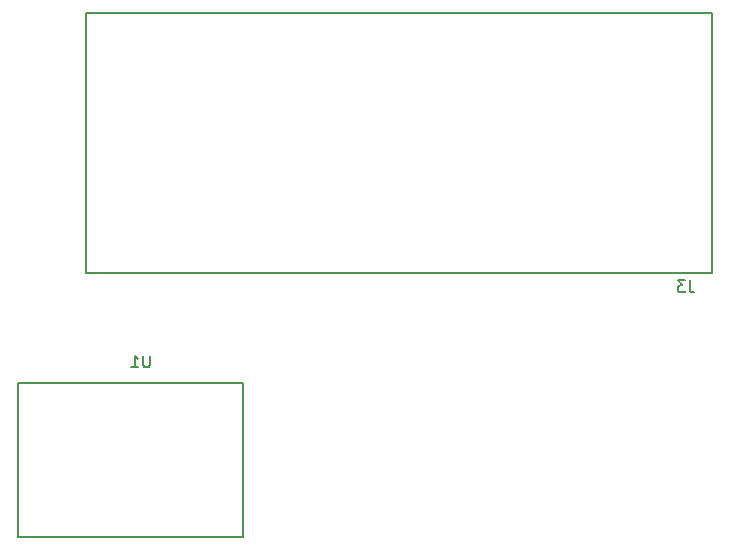
<source format=gbo>
G04 #@! TF.GenerationSoftware,KiCad,Pcbnew,5.0.2-bee76a0~70~ubuntu18.04.1*
G04 #@! TF.CreationDate,2019-02-09T12:58:29-05:00*
G04 #@! TF.ProjectId,interface,696e7465-7266-4616-9365-2e6b69636164,rev?*
G04 #@! TF.SameCoordinates,Original*
G04 #@! TF.FileFunction,Legend,Bot*
G04 #@! TF.FilePolarity,Positive*
%FSLAX46Y46*%
G04 Gerber Fmt 4.6, Leading zero omitted, Abs format (unit mm)*
G04 Created by KiCad (PCBNEW 5.0.2-bee76a0~70~ubuntu18.04.1) date Sat 09 Feb 2019 12:58:29 PM EST*
%MOMM*%
%LPD*%
G01*
G04 APERTURE LIST*
%ADD10C,0.150000*%
G04 APERTURE END LIST*
D10*
G04 #@! TO.C,U1*
X35666000Y-108204000D02*
X35666000Y-119204000D01*
X35666000Y-119204000D02*
X16666000Y-119204000D01*
X16666000Y-119204000D02*
X16666000Y-106204000D01*
X16666000Y-106204000D02*
X35666000Y-106204000D01*
X35666000Y-106204000D02*
X35666000Y-108204000D01*
G04 #@! TO.C,J3*
X75363500Y-96876500D02*
X75363500Y-74876500D01*
X22363500Y-96876500D02*
X75363500Y-96876500D01*
X22363500Y-74876500D02*
X22363500Y-96876500D01*
X75363500Y-74876500D02*
X22363500Y-74876500D01*
G04 #@! TO.C,U1*
X27793904Y-103846380D02*
X27793904Y-104655904D01*
X27746285Y-104751142D01*
X27698666Y-104798761D01*
X27603428Y-104846380D01*
X27412952Y-104846380D01*
X27317714Y-104798761D01*
X27270095Y-104751142D01*
X27222476Y-104655904D01*
X27222476Y-103846380D01*
X26222476Y-104846380D02*
X26793904Y-104846380D01*
X26508190Y-104846380D02*
X26508190Y-103846380D01*
X26603428Y-103989238D01*
X26698666Y-104084476D01*
X26793904Y-104132095D01*
G04 #@! TO.C,J3*
X73506833Y-97488880D02*
X73506833Y-98203166D01*
X73554452Y-98346023D01*
X73649690Y-98441261D01*
X73792547Y-98488880D01*
X73887785Y-98488880D01*
X73125880Y-97488880D02*
X72506833Y-97488880D01*
X72840166Y-97869833D01*
X72697309Y-97869833D01*
X72602071Y-97917452D01*
X72554452Y-97965071D01*
X72506833Y-98060309D01*
X72506833Y-98298404D01*
X72554452Y-98393642D01*
X72602071Y-98441261D01*
X72697309Y-98488880D01*
X72983023Y-98488880D01*
X73078261Y-98441261D01*
X73125880Y-98393642D01*
G04 #@! TD*
M02*

</source>
